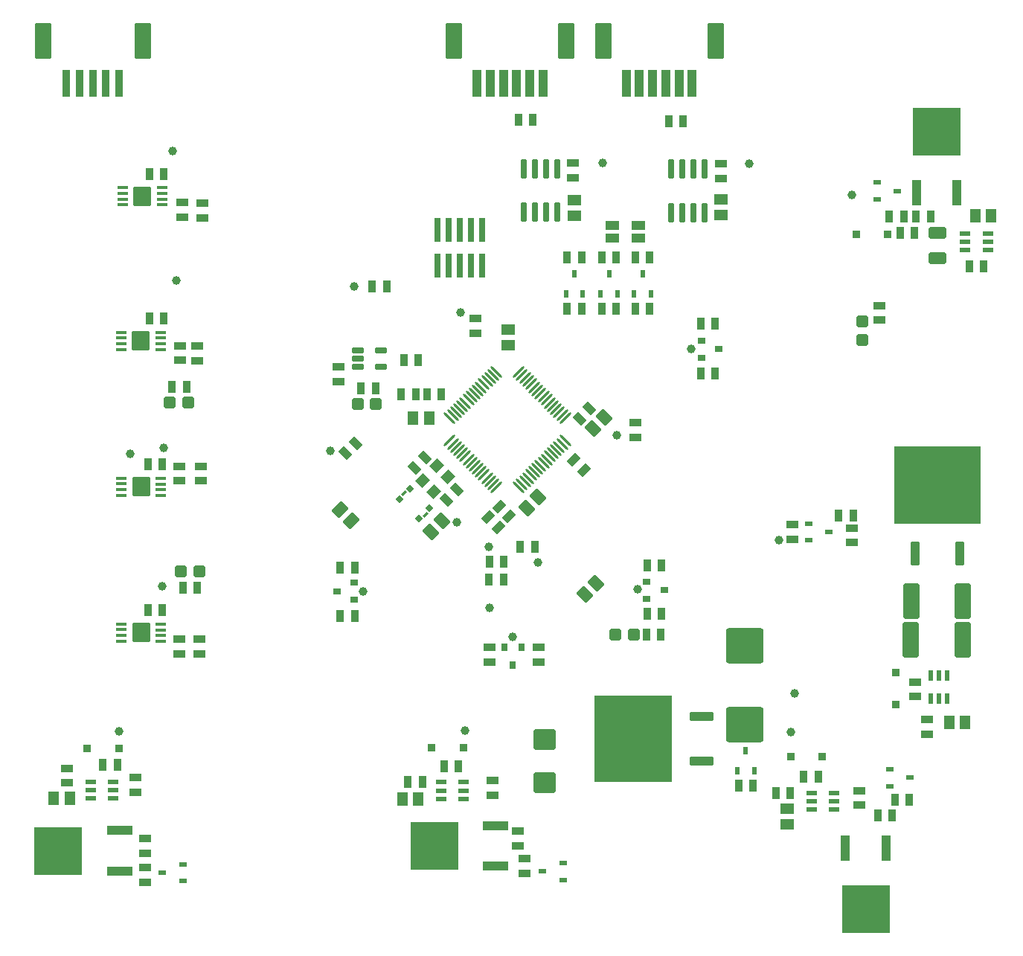
<source format=gtp>
G04*
G04 #@! TF.GenerationSoftware,Altium Limited,Altium Designer,21.6.4 (81)*
G04*
G04 Layer_Color=8421504*
%FSLAX25Y25*%
%MOIN*%
G70*
G04*
G04 #@! TF.SameCoordinates,612E0561-CA96-4152-8DAB-8F70A6F423CF*
G04*
G04*
G04 #@! TF.FilePolarity,Positive*
G04*
G01*
G75*
G04:AMPARAMS|DCode=20|XSize=55.12mil|YSize=35.43mil|CornerRadius=2.66mil|HoleSize=0mil|Usage=FLASHONLY|Rotation=270.000|XOffset=0mil|YOffset=0mil|HoleType=Round|Shape=RoundedRectangle|*
%AMROUNDEDRECTD20*
21,1,0.05512,0.03012,0,0,270.0*
21,1,0.04980,0.03543,0,0,270.0*
1,1,0.00532,-0.01506,-0.02490*
1,1,0.00532,-0.01506,0.02490*
1,1,0.00532,0.01506,0.02490*
1,1,0.00532,0.01506,-0.02490*
%
%ADD20ROUNDEDRECTD20*%
G04:AMPARAMS|DCode=21|XSize=49.21mil|YSize=62.99mil|CornerRadius=4.92mil|HoleSize=0mil|Usage=FLASHONLY|Rotation=225.000|XOffset=0mil|YOffset=0mil|HoleType=Round|Shape=RoundedRectangle|*
%AMROUNDEDRECTD21*
21,1,0.04921,0.05315,0,0,225.0*
21,1,0.03937,0.06299,0,0,225.0*
1,1,0.00984,-0.03271,0.00487*
1,1,0.00984,-0.00487,0.03271*
1,1,0.00984,0.03271,-0.00487*
1,1,0.00984,0.00487,-0.03271*
%
%ADD21ROUNDEDRECTD21*%
G04:AMPARAMS|DCode=22|XSize=11.81mil|YSize=70.87mil|CornerRadius=0mil|HoleSize=0mil|Usage=FLASHONLY|Rotation=135.000|XOffset=0mil|YOffset=0mil|HoleType=Round|Shape=Round|*
%AMOVALD22*
21,1,0.05906,0.01181,0.00000,0.00000,225.0*
1,1,0.01181,0.02088,0.02088*
1,1,0.01181,-0.02088,-0.02088*
%
%ADD22OVALD22*%

G04:AMPARAMS|DCode=23|XSize=11.81mil|YSize=70.87mil|CornerRadius=0mil|HoleSize=0mil|Usage=FLASHONLY|Rotation=45.000|XOffset=0mil|YOffset=0mil|HoleType=Round|Shape=Round|*
%AMOVALD23*
21,1,0.05906,0.01181,0.00000,0.00000,135.0*
1,1,0.01181,0.02088,-0.02088*
1,1,0.01181,-0.02088,0.02088*
%
%ADD23OVALD23*%

G04:AMPARAMS|DCode=24|XSize=55.12mil|YSize=35.43mil|CornerRadius=2.66mil|HoleSize=0mil|Usage=FLASHONLY|Rotation=180.000|XOffset=0mil|YOffset=0mil|HoleType=Round|Shape=RoundedRectangle|*
%AMROUNDEDRECTD24*
21,1,0.05512,0.03012,0,0,180.0*
21,1,0.04980,0.03543,0,0,180.0*
1,1,0.00532,-0.02490,0.01506*
1,1,0.00532,0.02490,0.01506*
1,1,0.00532,0.02490,-0.01506*
1,1,0.00532,-0.02490,-0.01506*
%
%ADD24ROUNDEDRECTD24*%
%ADD25R,0.03543X0.03543*%
%ADD26R,0.03543X0.02362*%
G04:AMPARAMS|DCode=27|XSize=49.21mil|YSize=62.99mil|CornerRadius=4.92mil|HoleSize=0mil|Usage=FLASHONLY|Rotation=180.000|XOffset=0mil|YOffset=0mil|HoleType=Round|Shape=RoundedRectangle|*
%AMROUNDEDRECTD27*
21,1,0.04921,0.05315,0,0,180.0*
21,1,0.03937,0.06299,0,0,180.0*
1,1,0.00984,-0.01968,0.02657*
1,1,0.00984,0.01968,0.02657*
1,1,0.00984,0.01968,-0.02657*
1,1,0.00984,-0.01968,-0.02657*
%
%ADD27ROUNDEDRECTD27*%
%ADD28C,0.03937*%
G04:AMPARAMS|DCode=29|XSize=55.12mil|YSize=35.43mil|CornerRadius=2.66mil|HoleSize=0mil|Usage=FLASHONLY|Rotation=225.000|XOffset=0mil|YOffset=0mil|HoleType=Round|Shape=RoundedRectangle|*
%AMROUNDEDRECTD29*
21,1,0.05512,0.03012,0,0,225.0*
21,1,0.04980,0.03543,0,0,225.0*
1,1,0.00532,-0.02826,-0.00696*
1,1,0.00532,0.00696,0.02826*
1,1,0.00532,0.02826,0.00696*
1,1,0.00532,-0.00696,-0.02826*
%
%ADD29ROUNDEDRECTD29*%
%ADD30R,0.03543X0.03150*%
G04:AMPARAMS|DCode=31|XSize=49.21mil|YSize=15.75mil|CornerRadius=1.18mil|HoleSize=0mil|Usage=FLASHONLY|Rotation=180.000|XOffset=0mil|YOffset=0mil|HoleType=Round|Shape=RoundedRectangle|*
%AMROUNDEDRECTD31*
21,1,0.04921,0.01339,0,0,180.0*
21,1,0.04685,0.01575,0,0,180.0*
1,1,0.00236,-0.02343,0.00669*
1,1,0.00236,0.02343,0.00669*
1,1,0.00236,0.02343,-0.00669*
1,1,0.00236,-0.02343,-0.00669*
%
%ADD31ROUNDEDRECTD31*%
G04:AMPARAMS|DCode=32|XSize=78.74mil|YSize=88.58mil|CornerRadius=5.91mil|HoleSize=0mil|Usage=FLASHONLY|Rotation=180.000|XOffset=0mil|YOffset=0mil|HoleType=Round|Shape=RoundedRectangle|*
%AMROUNDEDRECTD32*
21,1,0.07874,0.07677,0,0,180.0*
21,1,0.06693,0.08858,0,0,180.0*
1,1,0.01181,-0.03347,0.03839*
1,1,0.01181,0.03347,0.03839*
1,1,0.01181,0.03347,-0.03839*
1,1,0.01181,-0.03347,-0.03839*
%
%ADD32ROUNDEDRECTD32*%
G04:AMPARAMS|DCode=33|XSize=35.43mil|YSize=118.11mil|CornerRadius=2.66mil|HoleSize=0mil|Usage=FLASHONLY|Rotation=0.000|XOffset=0mil|YOffset=0mil|HoleType=Round|Shape=RoundedRectangle|*
%AMROUNDEDRECTD33*
21,1,0.03543,0.11280,0,0,0.0*
21,1,0.03012,0.11811,0,0,0.0*
1,1,0.00532,0.01506,-0.05640*
1,1,0.00532,-0.01506,-0.05640*
1,1,0.00532,-0.01506,0.05640*
1,1,0.00532,0.01506,0.05640*
%
%ADD33ROUNDEDRECTD33*%
G04:AMPARAMS|DCode=34|XSize=74.8mil|YSize=157.48mil|CornerRadius=5.61mil|HoleSize=0mil|Usage=FLASHONLY|Rotation=0.000|XOffset=0mil|YOffset=0mil|HoleType=Round|Shape=RoundedRectangle|*
%AMROUNDEDRECTD34*
21,1,0.07480,0.14626,0,0,0.0*
21,1,0.06358,0.15748,0,0,0.0*
1,1,0.01122,0.03179,-0.07313*
1,1,0.01122,-0.03179,-0.07313*
1,1,0.01122,-0.03179,0.07313*
1,1,0.01122,0.03179,0.07313*
%
%ADD34ROUNDEDRECTD34*%
G04:AMPARAMS|DCode=35|XSize=43.31mil|YSize=59.06mil|CornerRadius=4.33mil|HoleSize=0mil|Usage=FLASHONLY|Rotation=90.000|XOffset=0mil|YOffset=0mil|HoleType=Round|Shape=RoundedRectangle|*
%AMROUNDEDRECTD35*
21,1,0.04331,0.05039,0,0,90.0*
21,1,0.03465,0.05906,0,0,90.0*
1,1,0.00866,0.02520,0.01732*
1,1,0.00866,0.02520,-0.01732*
1,1,0.00866,-0.02520,-0.01732*
1,1,0.00866,-0.02520,0.01732*
%
%ADD35ROUNDEDRECTD35*%
%ADD36R,0.02362X0.03543*%
%ADD37R,0.03543X0.03543*%
G04:AMPARAMS|DCode=38|XSize=49.21mil|YSize=62.99mil|CornerRadius=4.92mil|HoleSize=0mil|Usage=FLASHONLY|Rotation=90.000|XOffset=0mil|YOffset=0mil|HoleType=Round|Shape=RoundedRectangle|*
%AMROUNDEDRECTD38*
21,1,0.04921,0.05315,0,0,90.0*
21,1,0.03937,0.06299,0,0,90.0*
1,1,0.00984,0.02657,0.01968*
1,1,0.00984,0.02657,-0.01968*
1,1,0.00984,-0.02657,-0.01968*
1,1,0.00984,-0.02657,0.01968*
%
%ADD38ROUNDEDRECTD38*%
G04:AMPARAMS|DCode=39|XSize=25.59mil|YSize=23.62mil|CornerRadius=1.77mil|HoleSize=0mil|Usage=FLASHONLY|Rotation=315.000|XOffset=0mil|YOffset=0mil|HoleType=Round|Shape=RoundedRectangle|*
%AMROUNDEDRECTD39*
21,1,0.02559,0.02008,0,0,315.0*
21,1,0.02205,0.02362,0,0,315.0*
1,1,0.00354,0.00070,-0.01489*
1,1,0.00354,-0.01489,0.00070*
1,1,0.00354,-0.00070,0.01489*
1,1,0.00354,0.01489,-0.00070*
%
%ADD39ROUNDEDRECTD39*%
G04:AMPARAMS|DCode=40|XSize=13.78mil|YSize=27.56mil|CornerRadius=1.03mil|HoleSize=0mil|Usage=FLASHONLY|Rotation=315.000|XOffset=0mil|YOffset=0mil|HoleType=Round|Shape=RoundedRectangle|*
%AMROUNDEDRECTD40*
21,1,0.01378,0.02549,0,0,315.0*
21,1,0.01171,0.02756,0,0,315.0*
1,1,0.00207,-0.00487,-0.01315*
1,1,0.00207,-0.01315,-0.00487*
1,1,0.00207,0.00487,0.01315*
1,1,0.00207,0.01315,0.00487*
%
%ADD40ROUNDEDRECTD40*%
G04:AMPARAMS|DCode=41|XSize=51.18mil|YSize=51.18mil|CornerRadius=5.12mil|HoleSize=0mil|Usage=FLASHONLY|Rotation=90.000|XOffset=0mil|YOffset=0mil|HoleType=Round|Shape=RoundedRectangle|*
%AMROUNDEDRECTD41*
21,1,0.05118,0.04095,0,0,90.0*
21,1,0.04095,0.05118,0,0,90.0*
1,1,0.01024,0.02047,0.02047*
1,1,0.01024,0.02047,-0.02047*
1,1,0.01024,-0.02047,-0.02047*
1,1,0.01024,-0.02047,0.02047*
%
%ADD41ROUNDEDRECTD41*%
G04:AMPARAMS|DCode=42|XSize=51.18mil|YSize=51.18mil|CornerRadius=5.12mil|HoleSize=0mil|Usage=FLASHONLY|Rotation=180.000|XOffset=0mil|YOffset=0mil|HoleType=Round|Shape=RoundedRectangle|*
%AMROUNDEDRECTD42*
21,1,0.05118,0.04095,0,0,180.0*
21,1,0.04095,0.05118,0,0,180.0*
1,1,0.01024,-0.02047,0.02047*
1,1,0.01024,0.02047,0.02047*
1,1,0.01024,0.02047,-0.02047*
1,1,0.01024,-0.02047,-0.02047*
%
%ADD42ROUNDEDRECTD42*%
%ADD43R,0.04724X0.02362*%
%ADD44R,0.03150X0.03543*%
%ADD45R,0.11417X0.04331*%
%ADD46R,0.21654X0.21260*%
G04:AMPARAMS|DCode=47|XSize=49.21mil|YSize=62.99mil|CornerRadius=4.92mil|HoleSize=0mil|Usage=FLASHONLY|Rotation=44.000|XOffset=0mil|YOffset=0mil|HoleType=Round|Shape=RoundedRectangle|*
%AMROUNDEDRECTD47*
21,1,0.04921,0.05315,0,0,44.0*
21,1,0.03937,0.06299,0,0,44.0*
1,1,0.00984,0.03262,-0.00544*
1,1,0.00984,0.00430,-0.03279*
1,1,0.00984,-0.03262,0.00544*
1,1,0.00984,-0.00430,0.03279*
%
%ADD47ROUNDEDRECTD47*%
G04:AMPARAMS|DCode=48|XSize=55.12mil|YSize=35.43mil|CornerRadius=2.66mil|HoleSize=0mil|Usage=FLASHONLY|Rotation=135.000|XOffset=0mil|YOffset=0mil|HoleType=Round|Shape=RoundedRectangle|*
%AMROUNDEDRECTD48*
21,1,0.05512,0.03012,0,0,135.0*
21,1,0.04980,0.03543,0,0,135.0*
1,1,0.00532,-0.00696,0.02826*
1,1,0.00532,0.02826,-0.00696*
1,1,0.00532,0.00696,-0.02826*
1,1,0.00532,-0.02826,0.00696*
%
%ADD48ROUNDEDRECTD48*%
G04:AMPARAMS|DCode=49|XSize=51.18mil|YSize=43.31mil|CornerRadius=0mil|HoleSize=0mil|Usage=FLASHONLY|Rotation=45.000|XOffset=0mil|YOffset=0mil|HoleType=Round|Shape=Rectangle|*
%AMROTATEDRECTD49*
4,1,4,-0.00278,-0.03341,-0.03341,-0.00278,0.00278,0.03341,0.03341,0.00278,-0.00278,-0.03341,0.0*
%
%ADD49ROTATEDRECTD49*%

G04:AMPARAMS|DCode=50|XSize=24.8mil|YSize=51.18mil|CornerRadius=1.86mil|HoleSize=0mil|Usage=FLASHONLY|Rotation=90.000|XOffset=0mil|YOffset=0mil|HoleType=Round|Shape=RoundedRectangle|*
%AMROUNDEDRECTD50*
21,1,0.02480,0.04746,0,0,90.0*
21,1,0.02108,0.05118,0,0,90.0*
1,1,0.00372,0.02373,0.01054*
1,1,0.00372,0.02373,-0.01054*
1,1,0.00372,-0.02373,-0.01054*
1,1,0.00372,-0.02373,0.01054*
%
%ADD50ROUNDEDRECTD50*%
G04:AMPARAMS|DCode=51|XSize=49.21mil|YSize=62.99mil|CornerRadius=4.92mil|HoleSize=0mil|Usage=FLASHONLY|Rotation=135.000|XOffset=0mil|YOffset=0mil|HoleType=Round|Shape=RoundedRectangle|*
%AMROUNDEDRECTD51*
21,1,0.04921,0.05315,0,0,135.0*
21,1,0.03937,0.06299,0,0,135.0*
1,1,0.00984,0.00487,0.03271*
1,1,0.00984,0.03271,0.00487*
1,1,0.00984,-0.00487,-0.03271*
1,1,0.00984,-0.03271,-0.00487*
%
%ADD51ROUNDEDRECTD51*%
G04:AMPARAMS|DCode=52|XSize=90.55mil|YSize=98.43mil|CornerRadius=6.79mil|HoleSize=0mil|Usage=FLASHONLY|Rotation=90.000|XOffset=0mil|YOffset=0mil|HoleType=Round|Shape=RoundedRectangle|*
%AMROUNDEDRECTD52*
21,1,0.09055,0.08484,0,0,90.0*
21,1,0.07697,0.09843,0,0,90.0*
1,1,0.01358,0.04242,0.03848*
1,1,0.01358,0.04242,-0.03848*
1,1,0.01358,-0.04242,-0.03848*
1,1,0.01358,-0.04242,0.03848*
%
%ADD52ROUNDEDRECTD52*%
%ADD53R,0.21260X0.21654*%
%ADD54R,0.04331X0.11417*%
G04:AMPARAMS|DCode=55|XSize=157.48mil|YSize=167.32mil|CornerRadius=11.81mil|HoleSize=0mil|Usage=FLASHONLY|Rotation=90.000|XOffset=0mil|YOffset=0mil|HoleType=Round|Shape=RoundedRectangle|*
%AMROUNDEDRECTD55*
21,1,0.15748,0.14370,0,0,90.0*
21,1,0.13386,0.16732,0,0,90.0*
1,1,0.02362,0.07185,0.06693*
1,1,0.02362,0.07185,-0.06693*
1,1,0.02362,-0.07185,-0.06693*
1,1,0.02362,-0.07185,0.06693*
%
%ADD55ROUNDEDRECTD55*%
%ADD56R,0.02362X0.04724*%
G04:AMPARAMS|DCode=57|XSize=70.87mil|YSize=157.48mil|CornerRadius=7.09mil|HoleSize=0mil|Usage=FLASHONLY|Rotation=0.000|XOffset=0mil|YOffset=0mil|HoleType=Round|Shape=RoundedRectangle|*
%AMROUNDEDRECTD57*
21,1,0.07087,0.14331,0,0,0.0*
21,1,0.05669,0.15748,0,0,0.0*
1,1,0.01417,0.02835,-0.07165*
1,1,0.01417,-0.02835,-0.07165*
1,1,0.01417,-0.02835,0.07165*
1,1,0.01417,0.02835,0.07165*
%
%ADD57ROUNDEDRECTD57*%
%ADD58R,0.38976X0.34646*%
G04:AMPARAMS|DCode=59|XSize=106.3mil|YSize=41.73mil|CornerRadius=5.22mil|HoleSize=0mil|Usage=FLASHONLY|Rotation=90.000|XOffset=0mil|YOffset=0mil|HoleType=Round|Shape=RoundedRectangle|*
%AMROUNDEDRECTD59*
21,1,0.10630,0.03130,0,0,90.0*
21,1,0.09587,0.04173,0,0,90.0*
1,1,0.01043,0.01565,0.04793*
1,1,0.01043,0.01565,-0.04793*
1,1,0.01043,-0.01565,-0.04793*
1,1,0.01043,-0.01565,0.04793*
%
%ADD59ROUNDEDRECTD59*%
G04:AMPARAMS|DCode=60|XSize=78.74mil|YSize=51.18mil|CornerRadius=5.12mil|HoleSize=0mil|Usage=FLASHONLY|Rotation=180.000|XOffset=0mil|YOffset=0mil|HoleType=Round|Shape=RoundedRectangle|*
%AMROUNDEDRECTD60*
21,1,0.07874,0.04095,0,0,180.0*
21,1,0.06850,0.05118,0,0,180.0*
1,1,0.01024,-0.03425,0.02047*
1,1,0.01024,0.03425,0.02047*
1,1,0.01024,0.03425,-0.02047*
1,1,0.01024,-0.03425,-0.02047*
%
%ADD60ROUNDEDRECTD60*%
G04:AMPARAMS|DCode=61|XSize=86.61mil|YSize=23.62mil|CornerRadius=1.77mil|HoleSize=0mil|Usage=FLASHONLY|Rotation=90.000|XOffset=0mil|YOffset=0mil|HoleType=Round|Shape=RoundedRectangle|*
%AMROUNDEDRECTD61*
21,1,0.08661,0.02008,0,0,90.0*
21,1,0.08307,0.02362,0,0,90.0*
1,1,0.00354,0.01004,0.04153*
1,1,0.00354,0.01004,-0.04153*
1,1,0.00354,-0.01004,-0.04153*
1,1,0.00354,-0.01004,0.04153*
%
%ADD61ROUNDEDRECTD61*%
%ADD62R,0.34646X0.38976*%
G04:AMPARAMS|DCode=63|XSize=106.3mil|YSize=41.73mil|CornerRadius=5.22mil|HoleSize=0mil|Usage=FLASHONLY|Rotation=180.000|XOffset=0mil|YOffset=0mil|HoleType=Round|Shape=RoundedRectangle|*
%AMROUNDEDRECTD63*
21,1,0.10630,0.03130,0,0,180.0*
21,1,0.09587,0.04173,0,0,180.0*
1,1,0.01043,-0.04793,0.01565*
1,1,0.01043,0.04793,0.01565*
1,1,0.01043,0.04793,-0.01565*
1,1,0.01043,-0.04793,-0.01565*
%
%ADD63ROUNDEDRECTD63*%
G04:AMPARAMS|DCode=64|XSize=39.37mil|YSize=122.05mil|CornerRadius=2.95mil|HoleSize=0mil|Usage=FLASHONLY|Rotation=0.000|XOffset=0mil|YOffset=0mil|HoleType=Round|Shape=RoundedRectangle|*
%AMROUNDEDRECTD64*
21,1,0.03937,0.11614,0,0,0.0*
21,1,0.03347,0.12205,0,0,0.0*
1,1,0.00591,0.01673,-0.05807*
1,1,0.00591,-0.01673,-0.05807*
1,1,0.00591,-0.01673,0.05807*
1,1,0.00591,0.01673,0.05807*
%
%ADD64ROUNDEDRECTD64*%
%ADD65R,0.02900X0.11000*%
D20*
X243334Y81100D02*
D03*
X249830D02*
D03*
X70738Y268015D02*
D03*
X64242D02*
D03*
X-49798Y286605D02*
D03*
X-43302D02*
D03*
X293047Y325054D02*
D03*
X286551D02*
D03*
X324041Y309900D02*
D03*
X317545D02*
D03*
X230830Y73820D02*
D03*
X237326D02*
D03*
X65982Y79000D02*
D03*
X72478D02*
D03*
X42125Y153167D02*
D03*
X35629D02*
D03*
X42085Y174979D02*
D03*
X35589D02*
D03*
X-50496Y221370D02*
D03*
X-44000D02*
D03*
X174378Y314000D02*
D03*
X167882D02*
D03*
X152882D02*
D03*
X159378D02*
D03*
X137382D02*
D03*
X143878D02*
D03*
X167882Y291000D02*
D03*
X174378D02*
D03*
X152882D02*
D03*
X159378D02*
D03*
X137382D02*
D03*
X143878D02*
D03*
X-39718Y256000D02*
D03*
X-33222D02*
D03*
X-34818Y165900D02*
D03*
X-28322D02*
D03*
X122838Y184115D02*
D03*
X116342D02*
D03*
X102442Y177715D02*
D03*
X108938D02*
D03*
X102342Y169715D02*
D03*
X108838D02*
D03*
X82182Y85800D02*
D03*
X88678D02*
D03*
X-70618Y86500D02*
D03*
X-64122D02*
D03*
X179703Y175962D02*
D03*
X173207D02*
D03*
X172842Y145015D02*
D03*
X179338D02*
D03*
X51538Y255315D02*
D03*
X45042D02*
D03*
X284142Y70815D02*
D03*
X290638D02*
D03*
X276473Y63984D02*
D03*
X282969D02*
D03*
X220624Y77215D02*
D03*
X214128D02*
D03*
X265516Y198187D02*
D03*
X259020D02*
D03*
X197181Y261964D02*
D03*
X203677D02*
D03*
X203613Y284190D02*
D03*
X197117D02*
D03*
X300138Y332215D02*
D03*
X293642D02*
D03*
X281642D02*
D03*
X288138D02*
D03*
X182747Y375055D02*
D03*
X189243D02*
D03*
X115490Y375607D02*
D03*
X121986D02*
D03*
X-49798Y351383D02*
D03*
X-43302D02*
D03*
X50042Y300815D02*
D03*
X56538D02*
D03*
X-50479Y155794D02*
D03*
X-43983D02*
D03*
X62942Y252715D02*
D03*
X69438D02*
D03*
X173136Y154103D02*
D03*
X179632D02*
D03*
X80938Y252715D02*
D03*
X74442D02*
D03*
D21*
X153981Y242206D02*
D03*
X148998Y237223D02*
D03*
X81181Y196007D02*
D03*
X76198Y191023D02*
D03*
X145398Y162923D02*
D03*
X150381Y167906D02*
D03*
D22*
X84740Y231761D02*
D03*
X86132Y230369D02*
D03*
X87524Y228977D02*
D03*
X88916Y227585D02*
D03*
X90307Y226193D02*
D03*
X91699Y224801D02*
D03*
X93091Y223409D02*
D03*
X94483Y222017D02*
D03*
X95875Y220625D02*
D03*
X97267Y219233D02*
D03*
X98659Y217841D02*
D03*
X100051Y216449D02*
D03*
X101443Y215057D02*
D03*
X102835Y213665D02*
D03*
X104227Y212273D02*
D03*
X105619Y210881D02*
D03*
X136520Y241783D02*
D03*
X135128Y243175D02*
D03*
X133736Y244566D02*
D03*
X132344Y245958D02*
D03*
X130952Y247350D02*
D03*
X129560Y248742D02*
D03*
X128168Y250134D02*
D03*
X126776Y251526D02*
D03*
X125384Y252918D02*
D03*
X123992Y254310D02*
D03*
X122601Y255702D02*
D03*
X121209Y257094D02*
D03*
X119817Y258486D02*
D03*
X118425Y259878D02*
D03*
X117033Y261270D02*
D03*
X115641Y262662D02*
D03*
D23*
Y210881D02*
D03*
X117033Y212273D02*
D03*
X118425Y213665D02*
D03*
X119817Y215057D02*
D03*
X121209Y216449D02*
D03*
X122601Y217841D02*
D03*
X123992Y219233D02*
D03*
X125384Y220625D02*
D03*
X126776Y222017D02*
D03*
X128168Y223409D02*
D03*
X129560Y224801D02*
D03*
X130952Y226193D02*
D03*
X132344Y227585D02*
D03*
X133736Y228977D02*
D03*
X135128Y230369D02*
D03*
X136520Y231761D02*
D03*
X105619Y262662D02*
D03*
X104227Y261270D02*
D03*
X102835Y259878D02*
D03*
X101443Y258486D02*
D03*
X100051Y257094D02*
D03*
X98659Y255702D02*
D03*
X97267Y254310D02*
D03*
X95875Y252918D02*
D03*
X94483Y251526D02*
D03*
X93091Y250134D02*
D03*
X91699Y248742D02*
D03*
X90307Y247350D02*
D03*
X88916Y245958D02*
D03*
X87524Y244566D02*
D03*
X86132Y243175D02*
D03*
X84740Y241783D02*
D03*
D24*
X-28399Y267676D02*
D03*
Y274172D02*
D03*
X-36370Y220248D02*
D03*
Y213752D02*
D03*
X-26170Y331652D02*
D03*
Y338148D02*
D03*
X-26870Y220248D02*
D03*
Y213752D02*
D03*
X-27370Y136252D02*
D03*
Y142748D02*
D03*
X-86870Y78452D02*
D03*
Y84948D02*
D03*
X-35970Y267752D02*
D03*
Y274248D02*
D03*
X298630Y100352D02*
D03*
Y106848D02*
D03*
X-35070Y331952D02*
D03*
Y338448D02*
D03*
X-36370Y136252D02*
D03*
Y142748D02*
D03*
X35012Y258273D02*
D03*
Y264769D02*
D03*
X-55997Y74412D02*
D03*
Y80908D02*
D03*
X277130Y292348D02*
D03*
Y285852D02*
D03*
X124478Y132678D02*
D03*
Y139174D02*
D03*
X102454Y139089D02*
D03*
Y132593D02*
D03*
X293330Y117152D02*
D03*
Y123648D02*
D03*
X167990Y233367D02*
D03*
Y239863D02*
D03*
X-51610Y53563D02*
D03*
Y47067D02*
D03*
Y33976D02*
D03*
Y40472D02*
D03*
X103890Y79531D02*
D03*
Y73035D02*
D03*
X115181Y50315D02*
D03*
Y56811D02*
D03*
X118165Y38012D02*
D03*
Y44508D02*
D03*
X268390Y75063D02*
D03*
Y68567D02*
D03*
X238352Y194148D02*
D03*
Y187652D02*
D03*
X264852Y192718D02*
D03*
Y186222D02*
D03*
X206387Y355831D02*
D03*
Y349335D02*
D03*
X139883Y356159D02*
D03*
Y349663D02*
D03*
X96190Y286441D02*
D03*
Y279945D02*
D03*
D25*
X-77705Y94000D02*
D03*
X-63532D02*
D03*
X237547Y90100D02*
D03*
X251721D02*
D03*
X90904Y94315D02*
D03*
X76730D02*
D03*
X280934Y324400D02*
D03*
X266760D02*
D03*
D26*
X-43932Y38264D02*
D03*
X-34877Y42004D02*
D03*
Y34524D02*
D03*
X126362Y38813D02*
D03*
X135417Y42553D02*
D03*
Y35073D02*
D03*
X290917Y80815D02*
D03*
X281862Y77075D02*
D03*
Y84555D02*
D03*
X245568Y194640D02*
D03*
Y187160D02*
D03*
X254624Y190900D02*
D03*
X285157Y343715D02*
D03*
X276102Y339975D02*
D03*
Y347455D02*
D03*
D27*
X327153Y332500D02*
D03*
X320106D02*
D03*
X308686Y105697D02*
D03*
X315733D02*
D03*
X70653Y71232D02*
D03*
X63606D02*
D03*
X-85552Y71575D02*
D03*
X-92599D02*
D03*
X75413Y241782D02*
D03*
X68366Y241783D02*
D03*
D28*
X264900Y342030D02*
D03*
X45790Y164412D02*
D03*
X153130Y356300D02*
D03*
X219030Y355900D02*
D03*
X-43983Y166700D02*
D03*
X102690Y157015D02*
D03*
X41971Y300815D02*
D03*
X-58470Y226000D02*
D03*
X102342Y184115D02*
D03*
X88034Y195367D02*
D03*
X192990Y273015D02*
D03*
X159690Y234215D02*
D03*
X-43270Y228500D02*
D03*
X31230Y227200D02*
D03*
X-39300Y361500D02*
D03*
X89690Y289217D02*
D03*
X112815Y143760D02*
D03*
X-37600Y303700D02*
D03*
X-63370Y101500D02*
D03*
X91630Y102000D02*
D03*
X168983Y165151D02*
D03*
X232100Y187338D02*
D03*
X124130Y177400D02*
D03*
X237443Y101181D02*
D03*
X239143Y118685D02*
D03*
D29*
X106524Y193070D02*
D03*
X101930Y197663D02*
D03*
X144986Y218618D02*
D03*
X140393Y223212D02*
D03*
X111386Y197818D02*
D03*
X106793Y202412D02*
D03*
D30*
X42030Y160672D02*
D03*
Y168152D02*
D03*
X34156Y164412D02*
D03*
X173049Y168492D02*
D03*
Y161011D02*
D03*
X180923Y164751D02*
D03*
X197415Y276511D02*
D03*
Y269031D02*
D03*
X205289Y272771D02*
D03*
D31*
X-44757Y272682D02*
D03*
Y275241D02*
D03*
Y277800D02*
D03*
Y280359D02*
D03*
X-62474Y280398D02*
D03*
Y277839D02*
D03*
Y275280D02*
D03*
Y272721D02*
D03*
X-44617Y207263D02*
D03*
Y209822D02*
D03*
Y212381D02*
D03*
Y214940D02*
D03*
X-62333Y214979D02*
D03*
Y212420D02*
D03*
Y209861D02*
D03*
Y207302D02*
D03*
X-44600Y141944D02*
D03*
Y144503D02*
D03*
Y147062D02*
D03*
Y149621D02*
D03*
X-62317Y149660D02*
D03*
Y147101D02*
D03*
Y144542D02*
D03*
Y141983D02*
D03*
X-61827Y337500D02*
D03*
Y340059D02*
D03*
Y342618D02*
D03*
Y345177D02*
D03*
X-44110Y345138D02*
D03*
Y342579D02*
D03*
Y340020D02*
D03*
Y337461D02*
D03*
D32*
X-53616Y276520D02*
D03*
X-53475Y211101D02*
D03*
X-53459Y145782D02*
D03*
X-52969Y341299D02*
D03*
D33*
X-69292Y391772D02*
D03*
X-87009D02*
D03*
X-81103D02*
D03*
X-63387D02*
D03*
X-75198D02*
D03*
D34*
X-97343Y410747D02*
D03*
X-52855D02*
D03*
X203878D02*
D03*
X153484D02*
D03*
X137067D02*
D03*
X86673D02*
D03*
D35*
X157424Y328353D02*
D03*
Y322447D02*
D03*
X169235D02*
D03*
Y328353D02*
D03*
D36*
X152390Y297472D02*
D03*
X159870D02*
D03*
X156130Y306528D02*
D03*
X136890Y297472D02*
D03*
X144370D02*
D03*
X140630Y306528D02*
D03*
X167390Y297472D02*
D03*
X174870D02*
D03*
X171130Y306528D02*
D03*
X213635Y83830D02*
D03*
X221116D02*
D03*
X217376Y92885D02*
D03*
D37*
X284427Y113687D02*
D03*
Y127860D02*
D03*
D38*
X235930Y67024D02*
D03*
Y59976D02*
D03*
X110990Y274691D02*
D03*
Y281738D02*
D03*
X206387Y339825D02*
D03*
Y332778D02*
D03*
X140614Y339676D02*
D03*
Y332629D02*
D03*
D39*
X66962Y210266D02*
D03*
X75731Y201497D02*
D03*
X70998Y196764D02*
D03*
X62229Y205533D02*
D03*
D40*
X73782Y198713D02*
D03*
X64178Y208317D02*
D03*
D41*
X269730Y277066D02*
D03*
Y285334D02*
D03*
D42*
X-27536Y173400D02*
D03*
X-35804D02*
D03*
X-32336Y249000D02*
D03*
X-40604D02*
D03*
X167224Y145015D02*
D03*
X158956D02*
D03*
X51724Y248115D02*
D03*
X43456D02*
D03*
D43*
X-65926Y71575D02*
D03*
Y75315D02*
D03*
Y79055D02*
D03*
X-76162D02*
D03*
Y75315D02*
D03*
Y71575D02*
D03*
X91008Y71295D02*
D03*
Y75036D02*
D03*
Y78776D02*
D03*
X80772D02*
D03*
Y75036D02*
D03*
Y71295D02*
D03*
X246772Y66575D02*
D03*
Y70315D02*
D03*
Y74055D02*
D03*
X257008D02*
D03*
Y70315D02*
D03*
Y66575D02*
D03*
X315674Y324598D02*
D03*
Y320857D02*
D03*
Y317117D02*
D03*
X325911D02*
D03*
Y320857D02*
D03*
Y324598D02*
D03*
D44*
X116755Y139265D02*
D03*
X109275D02*
D03*
X113015Y131391D02*
D03*
D45*
X-63249Y39019D02*
D03*
Y57130D02*
D03*
X105197Y59370D02*
D03*
Y41260D02*
D03*
D46*
X-90611Y48074D02*
D03*
X77835Y50315D02*
D03*
D47*
X124161Y206483D02*
D03*
X119092Y201588D02*
D03*
D48*
X83179Y205359D02*
D03*
X87772Y209952D02*
D03*
X73573Y224267D02*
D03*
X68980Y219673D02*
D03*
X147386Y246112D02*
D03*
X142793Y241518D02*
D03*
X42426Y230697D02*
D03*
X37833Y226103D02*
D03*
D49*
X77613Y209011D02*
D03*
X84016Y215414D02*
D03*
X79005Y220425D02*
D03*
X72602Y214022D02*
D03*
D50*
X53761Y272247D02*
D03*
Y264767D02*
D03*
X43690D02*
D03*
Y268507D02*
D03*
Y272247D02*
D03*
D51*
X40687Y195865D02*
D03*
X35704Y200848D02*
D03*
D52*
X127376Y97845D02*
D03*
Y78554D02*
D03*
D53*
X271130Y21945D02*
D03*
X302890Y370270D02*
D03*
D54*
X262075Y49307D02*
D03*
X280185D02*
D03*
X293835Y342908D02*
D03*
X311945D02*
D03*
D55*
X216890Y104598D02*
D03*
Y140032D02*
D03*
D56*
X307661Y126433D02*
D03*
X303921D02*
D03*
X300181D02*
D03*
Y116197D02*
D03*
X303921D02*
D03*
X307661D02*
D03*
D57*
X291336Y142586D02*
D03*
X314446D02*
D03*
X314555Y160000D02*
D03*
X291445D02*
D03*
D58*
X303130Y212000D02*
D03*
D59*
X313130Y181303D02*
D03*
X293130D02*
D03*
D60*
X303355Y313637D02*
D03*
Y325054D02*
D03*
D61*
X183987Y334018D02*
D03*
X188987D02*
D03*
X193987D02*
D03*
X198987D02*
D03*
Y353506D02*
D03*
X193987D02*
D03*
X188987D02*
D03*
X183987D02*
D03*
X117904Y334102D02*
D03*
X122904D02*
D03*
X127904D02*
D03*
X132904D02*
D03*
Y353590D02*
D03*
X127904D02*
D03*
X122904D02*
D03*
X117904D02*
D03*
D62*
X166876Y98200D02*
D03*
D63*
X197572Y108200D02*
D03*
Y88200D02*
D03*
D64*
X193346Y391772D02*
D03*
X181535D02*
D03*
X163819D02*
D03*
X169724D02*
D03*
X187441D02*
D03*
X175630D02*
D03*
X126535D02*
D03*
X114724D02*
D03*
X97008D02*
D03*
X102913D02*
D03*
X120630D02*
D03*
X108819D02*
D03*
D65*
X79090Y310215D02*
D03*
Y326215D02*
D03*
X84090Y310215D02*
D03*
Y326215D02*
D03*
X89090Y310215D02*
D03*
Y326215D02*
D03*
X94090Y310215D02*
D03*
Y326215D02*
D03*
X99090Y310215D02*
D03*
Y326215D02*
D03*
M02*

</source>
